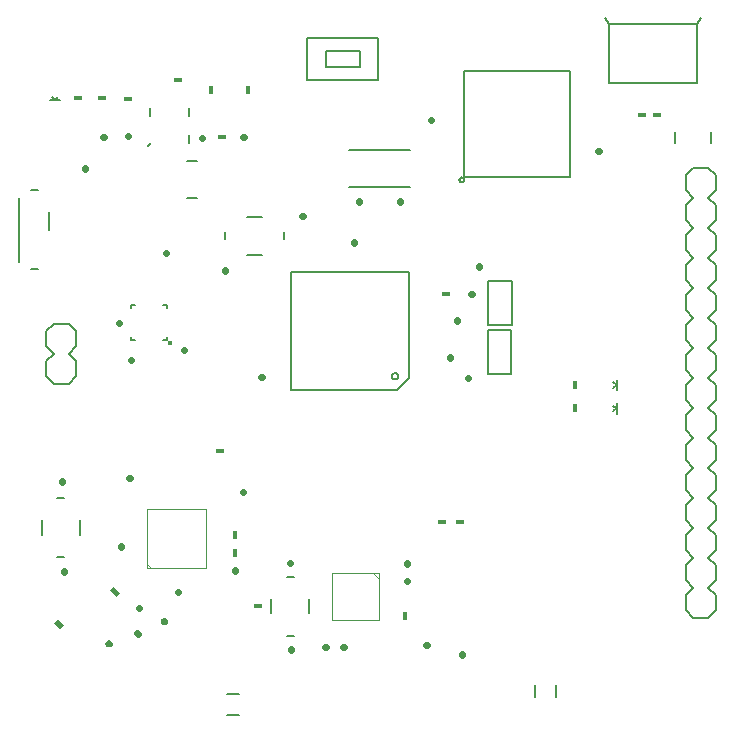
<source format=gto>
G75*
%MOIN*%
%OFA0B0*%
%FSLAX25Y25*%
%IPPOS*%
%LPD*%
%AMOC8*
5,1,8,0,0,1.08239X$1,22.5*
%
%ADD10C,0.02200*%
%ADD11C,0.00800*%
%ADD12R,0.03000X0.01800*%
%ADD13R,0.01800X0.03000*%
%ADD14C,0.00500*%
%ADD15C,0.01575*%
%ADD16C,0.00197*%
%ADD17R,0.02800X0.01600*%
D10*
X0072800Y0091180D02*
X0072800Y0091420D01*
X0091800Y0099480D02*
X0091800Y0099720D01*
X0110580Y0084500D02*
X0110820Y0084500D01*
X0097785Y0079015D02*
X0097615Y0079185D01*
X0097015Y0070685D02*
X0097185Y0070515D01*
X0129600Y0091480D02*
X0129600Y0091720D01*
X0148100Y0093980D02*
X0148100Y0094220D01*
X0132200Y0117580D02*
X0132200Y0117820D01*
X0094620Y0122300D02*
X0094380Y0122300D01*
X0072100Y0121420D02*
X0072100Y0121180D01*
X0095100Y0161580D02*
X0095100Y0161820D01*
X0091120Y0174100D02*
X0090880Y0174100D01*
X0112580Y0165200D02*
X0112820Y0165200D01*
X0138380Y0156200D02*
X0138620Y0156200D01*
X0126200Y0191480D02*
X0126200Y0191720D01*
X0106600Y0197280D02*
X0106600Y0197520D01*
X0079800Y0225480D02*
X0079800Y0225720D01*
X0085780Y0236200D02*
X0086020Y0236200D01*
X0093880Y0236400D02*
X0094120Y0236400D01*
X0118580Y0235900D02*
X0118820Y0235900D01*
X0132480Y0236200D02*
X0132720Y0236200D01*
X0152080Y0209800D02*
X0152320Y0209800D01*
X0170900Y0214480D02*
X0170900Y0214720D01*
X0169400Y0200920D02*
X0169400Y0200680D01*
X0184800Y0214480D02*
X0184800Y0214720D01*
X0210900Y0193020D02*
X0210900Y0192780D01*
X0208520Y0183900D02*
X0208280Y0183900D01*
X0203700Y0175020D02*
X0203700Y0174780D01*
X0201300Y0162720D02*
X0201300Y0162480D01*
X0207200Y0155820D02*
X0207200Y0155580D01*
X0187000Y0093920D02*
X0187000Y0093680D01*
X0187000Y0088220D02*
X0187000Y0087980D01*
X0193480Y0066800D02*
X0193720Y0066800D01*
X0205200Y0063620D02*
X0205200Y0063380D01*
X0166020Y0066200D02*
X0165780Y0066200D01*
X0160020Y0066200D02*
X0159780Y0066200D01*
X0148200Y0065420D02*
X0148200Y0065180D01*
X0250680Y0231300D02*
X0250920Y0231300D01*
X0195120Y0241900D02*
X0194880Y0241900D01*
D11*
X0177411Y0255210D02*
X0153789Y0255210D01*
X0153789Y0268990D01*
X0177411Y0268990D01*
X0177411Y0255210D01*
X0171210Y0259403D02*
X0171210Y0264797D01*
X0159990Y0264797D01*
X0159990Y0259403D01*
X0171210Y0259403D01*
X0138562Y0209399D02*
X0133838Y0209399D01*
X0126357Y0204281D02*
X0126357Y0201919D01*
X0133838Y0196801D02*
X0138562Y0196801D01*
X0146043Y0201919D02*
X0146043Y0204281D01*
X0148315Y0191085D02*
X0148315Y0151715D01*
X0183748Y0151715D01*
X0187685Y0155652D01*
X0187685Y0191085D01*
X0148315Y0191085D01*
X0117172Y0215698D02*
X0113628Y0215698D01*
X0113628Y0227902D02*
X0117172Y0227902D01*
X0114200Y0234100D02*
X0114200Y0236700D01*
X0114200Y0243200D02*
X0114200Y0245800D01*
X0101200Y0245800D02*
X0101200Y0243200D01*
X0101794Y0233994D02*
X0100810Y0233010D01*
X0071511Y0248331D02*
X0069700Y0248331D01*
X0068780Y0249551D01*
X0067889Y0248331D02*
X0069700Y0248331D01*
X0069800Y0248391D02*
X0070560Y0249551D01*
X0063881Y0218289D02*
X0061519Y0218289D01*
X0057582Y0215730D02*
X0057582Y0194470D01*
X0061519Y0191911D02*
X0063881Y0191911D01*
X0067818Y0205100D02*
X0067818Y0211006D01*
X0069300Y0173800D02*
X0066800Y0171300D01*
X0066800Y0166300D01*
X0069300Y0163800D01*
X0066800Y0161300D01*
X0066800Y0156300D01*
X0069300Y0153800D01*
X0074300Y0153800D01*
X0076800Y0156300D01*
X0076800Y0161300D01*
X0074300Y0163800D01*
X0076800Y0166300D01*
X0076800Y0171300D01*
X0074300Y0173800D01*
X0069300Y0173800D01*
X0070419Y0115743D02*
X0072781Y0115743D01*
X0077899Y0108262D02*
X0077899Y0103538D01*
X0072781Y0096057D02*
X0070419Y0096057D01*
X0065301Y0103538D02*
X0065301Y0108262D01*
X0126900Y0050300D02*
X0130900Y0050300D01*
X0130900Y0043300D02*
X0126900Y0043300D01*
X0146919Y0069757D02*
X0149281Y0069757D01*
X0154399Y0077238D02*
X0154399Y0081962D01*
X0149281Y0089443D02*
X0146919Y0089443D01*
X0141801Y0081962D02*
X0141801Y0077238D01*
X0213963Y0157017D02*
X0213963Y0171583D01*
X0221837Y0171583D01*
X0221837Y0157017D01*
X0213963Y0157017D01*
X0214063Y0173517D02*
X0214063Y0188083D01*
X0221937Y0188083D01*
X0221937Y0173517D01*
X0214063Y0173517D01*
X0255749Y0154260D02*
X0256909Y0153500D01*
X0256969Y0153400D02*
X0255749Y0152480D01*
X0256969Y0151589D02*
X0256969Y0153400D01*
X0256969Y0155211D01*
X0256869Y0147411D02*
X0256869Y0145600D01*
X0255649Y0144680D01*
X0256869Y0143789D02*
X0256869Y0145600D01*
X0256809Y0145700D02*
X0255649Y0146460D01*
X0279900Y0148300D02*
X0282400Y0145800D01*
X0279900Y0143300D01*
X0279900Y0138300D01*
X0282400Y0135800D01*
X0279900Y0133300D01*
X0279900Y0128300D01*
X0282400Y0125800D01*
X0279900Y0123300D01*
X0279900Y0118300D01*
X0282400Y0115800D01*
X0279900Y0113300D01*
X0279900Y0108300D01*
X0282400Y0105800D01*
X0279900Y0103300D01*
X0279900Y0098300D01*
X0282400Y0095800D01*
X0279900Y0093300D01*
X0279900Y0088300D01*
X0282400Y0085800D01*
X0279900Y0083300D01*
X0279900Y0078300D01*
X0282400Y0075800D01*
X0287400Y0075800D01*
X0289900Y0078300D01*
X0289900Y0083300D01*
X0287400Y0085800D01*
X0289900Y0088300D01*
X0289900Y0093300D01*
X0287400Y0095800D01*
X0289900Y0098300D01*
X0289900Y0103300D01*
X0287400Y0105800D01*
X0289900Y0108300D01*
X0289900Y0113300D01*
X0287400Y0115800D01*
X0289900Y0118300D01*
X0289900Y0123300D01*
X0287400Y0125800D01*
X0289900Y0128300D01*
X0289900Y0133300D01*
X0287400Y0135800D01*
X0289900Y0138300D01*
X0289900Y0143300D01*
X0287400Y0145800D01*
X0289900Y0148300D01*
X0289900Y0153300D01*
X0287400Y0155800D01*
X0289900Y0158300D01*
X0289900Y0163300D01*
X0287400Y0165800D01*
X0289900Y0168300D01*
X0289900Y0173300D01*
X0287400Y0175800D01*
X0289900Y0178300D01*
X0289900Y0183300D01*
X0287400Y0185800D01*
X0289900Y0188300D01*
X0289900Y0193300D01*
X0287400Y0195800D01*
X0289900Y0198300D01*
X0289900Y0203300D01*
X0287400Y0205800D01*
X0289900Y0208300D01*
X0289900Y0213300D01*
X0287400Y0215800D01*
X0289900Y0218300D01*
X0289900Y0223300D01*
X0287400Y0225800D01*
X0282400Y0225800D01*
X0279900Y0223300D01*
X0279900Y0218300D01*
X0282400Y0215800D01*
X0279900Y0213300D01*
X0279900Y0208300D01*
X0282400Y0205800D01*
X0279900Y0203300D01*
X0279900Y0198300D01*
X0282400Y0195800D01*
X0279900Y0193300D01*
X0279900Y0188300D01*
X0282400Y0185800D01*
X0279900Y0183300D01*
X0279900Y0178300D01*
X0282400Y0175800D01*
X0279900Y0173300D01*
X0279900Y0168300D01*
X0282400Y0165800D01*
X0279900Y0163300D01*
X0279900Y0158300D01*
X0282400Y0155800D01*
X0279900Y0153300D01*
X0279900Y0148300D01*
X0276198Y0234228D02*
X0276198Y0237772D01*
X0288402Y0237772D02*
X0288402Y0234228D01*
X0236600Y0053400D02*
X0236600Y0049400D01*
X0229600Y0049400D02*
X0229600Y0053400D01*
D12*
X0204700Y0107700D03*
X0198600Y0107700D03*
X0137500Y0079700D03*
X0124700Y0131300D03*
X0199900Y0183700D03*
X0125400Y0236100D03*
X0110600Y0255200D03*
X0094000Y0248900D03*
X0085500Y0249200D03*
X0077500Y0249100D03*
D13*
G36*
X0069303Y0074224D02*
X0070576Y0075497D01*
X0072697Y0073376D01*
X0071424Y0072103D01*
X0069303Y0074224D01*
G37*
G36*
X0087903Y0084924D02*
X0089176Y0086197D01*
X0091297Y0084076D01*
X0090024Y0082803D01*
X0087903Y0084924D01*
G37*
X0129600Y0097400D03*
X0129600Y0103500D03*
X0186400Y0076300D03*
X0243100Y0145600D03*
X0243100Y0153400D03*
X0134000Y0251700D03*
X0121600Y0251700D03*
D14*
X0167664Y0231899D02*
X0188136Y0231899D01*
X0188136Y0219301D02*
X0167664Y0219301D01*
X0204509Y0221796D02*
X0204511Y0221852D01*
X0204517Y0221907D01*
X0204527Y0221961D01*
X0204540Y0222015D01*
X0204558Y0222068D01*
X0204579Y0222119D01*
X0204603Y0222169D01*
X0204631Y0222217D01*
X0204663Y0222263D01*
X0204697Y0222307D01*
X0204735Y0222348D01*
X0204775Y0222386D01*
X0204818Y0222421D01*
X0204863Y0222453D01*
X0204911Y0222482D01*
X0204960Y0222508D01*
X0205011Y0222530D01*
X0205063Y0222548D01*
X0205117Y0222562D01*
X0205172Y0222573D01*
X0205227Y0222580D01*
X0205282Y0222583D01*
X0205338Y0222582D01*
X0205393Y0222577D01*
X0205448Y0222568D01*
X0205502Y0222556D01*
X0205555Y0222539D01*
X0205607Y0222519D01*
X0205657Y0222495D01*
X0205705Y0222468D01*
X0205752Y0222438D01*
X0205796Y0222404D01*
X0205838Y0222367D01*
X0205876Y0222327D01*
X0205913Y0222285D01*
X0205946Y0222240D01*
X0205975Y0222194D01*
X0206002Y0222145D01*
X0206024Y0222094D01*
X0206044Y0222042D01*
X0206059Y0221988D01*
X0206071Y0221934D01*
X0206079Y0221879D01*
X0206083Y0221824D01*
X0206083Y0221768D01*
X0206079Y0221713D01*
X0206071Y0221658D01*
X0206059Y0221604D01*
X0206044Y0221550D01*
X0206024Y0221498D01*
X0206002Y0221447D01*
X0205975Y0221398D01*
X0205946Y0221352D01*
X0205913Y0221307D01*
X0205876Y0221265D01*
X0205838Y0221225D01*
X0205796Y0221188D01*
X0205752Y0221154D01*
X0205705Y0221124D01*
X0205657Y0221097D01*
X0205607Y0221073D01*
X0205555Y0221053D01*
X0205502Y0221036D01*
X0205448Y0221024D01*
X0205393Y0221015D01*
X0205338Y0221010D01*
X0205282Y0221009D01*
X0205227Y0221012D01*
X0205172Y0221019D01*
X0205117Y0221030D01*
X0205063Y0221044D01*
X0205011Y0221062D01*
X0204960Y0221084D01*
X0204911Y0221110D01*
X0204863Y0221139D01*
X0204818Y0221171D01*
X0204775Y0221206D01*
X0204735Y0221244D01*
X0204697Y0221285D01*
X0204663Y0221329D01*
X0204631Y0221375D01*
X0204603Y0221423D01*
X0204579Y0221473D01*
X0204558Y0221524D01*
X0204540Y0221577D01*
X0204527Y0221631D01*
X0204517Y0221685D01*
X0204511Y0221740D01*
X0204509Y0221796D01*
X0206083Y0222583D02*
X0206083Y0258017D01*
X0241517Y0258017D01*
X0241517Y0222583D01*
X0206083Y0222583D01*
X0254236Y0254177D02*
X0254236Y0273862D01*
X0254433Y0273862D01*
X0252858Y0275831D01*
X0254433Y0273862D02*
X0283567Y0273862D01*
X0285142Y0275831D01*
X0283764Y0273862D02*
X0283567Y0273862D01*
X0283764Y0273862D02*
X0283764Y0254177D01*
X0254236Y0254177D01*
X0182031Y0156369D02*
X0182033Y0156432D01*
X0182039Y0156494D01*
X0182049Y0156556D01*
X0182062Y0156618D01*
X0182080Y0156678D01*
X0182101Y0156737D01*
X0182126Y0156795D01*
X0182155Y0156851D01*
X0182187Y0156905D01*
X0182222Y0156957D01*
X0182260Y0157006D01*
X0182302Y0157054D01*
X0182346Y0157098D01*
X0182394Y0157140D01*
X0182443Y0157178D01*
X0182495Y0157213D01*
X0182549Y0157245D01*
X0182605Y0157274D01*
X0182663Y0157299D01*
X0182722Y0157320D01*
X0182782Y0157338D01*
X0182844Y0157351D01*
X0182906Y0157361D01*
X0182968Y0157367D01*
X0183031Y0157369D01*
X0183094Y0157367D01*
X0183156Y0157361D01*
X0183218Y0157351D01*
X0183280Y0157338D01*
X0183340Y0157320D01*
X0183399Y0157299D01*
X0183457Y0157274D01*
X0183513Y0157245D01*
X0183567Y0157213D01*
X0183619Y0157178D01*
X0183668Y0157140D01*
X0183716Y0157098D01*
X0183760Y0157054D01*
X0183802Y0157006D01*
X0183840Y0156957D01*
X0183875Y0156905D01*
X0183907Y0156851D01*
X0183936Y0156795D01*
X0183961Y0156737D01*
X0183982Y0156678D01*
X0184000Y0156618D01*
X0184013Y0156556D01*
X0184023Y0156494D01*
X0184029Y0156432D01*
X0184031Y0156369D01*
X0184029Y0156306D01*
X0184023Y0156244D01*
X0184013Y0156182D01*
X0184000Y0156120D01*
X0183982Y0156060D01*
X0183961Y0156001D01*
X0183936Y0155943D01*
X0183907Y0155887D01*
X0183875Y0155833D01*
X0183840Y0155781D01*
X0183802Y0155732D01*
X0183760Y0155684D01*
X0183716Y0155640D01*
X0183668Y0155598D01*
X0183619Y0155560D01*
X0183567Y0155525D01*
X0183513Y0155493D01*
X0183457Y0155464D01*
X0183399Y0155439D01*
X0183340Y0155418D01*
X0183280Y0155400D01*
X0183218Y0155387D01*
X0183156Y0155377D01*
X0183094Y0155371D01*
X0183031Y0155369D01*
X0182968Y0155371D01*
X0182906Y0155377D01*
X0182844Y0155387D01*
X0182782Y0155400D01*
X0182722Y0155418D01*
X0182663Y0155439D01*
X0182605Y0155464D01*
X0182549Y0155493D01*
X0182495Y0155525D01*
X0182443Y0155560D01*
X0182394Y0155598D01*
X0182346Y0155640D01*
X0182302Y0155684D01*
X0182260Y0155732D01*
X0182222Y0155781D01*
X0182187Y0155833D01*
X0182155Y0155887D01*
X0182126Y0155943D01*
X0182101Y0156001D01*
X0182080Y0156060D01*
X0182062Y0156120D01*
X0182049Y0156182D01*
X0182039Y0156244D01*
X0182033Y0156306D01*
X0182031Y0156369D01*
X0106906Y0168294D02*
X0105724Y0168294D01*
X0106906Y0168294D02*
X0106906Y0169476D01*
X0106906Y0178924D02*
X0106906Y0180106D01*
X0105724Y0180106D01*
X0096276Y0180106D02*
X0095094Y0180106D01*
X0095094Y0178924D01*
X0095094Y0169476D02*
X0095094Y0168294D01*
X0096276Y0168294D01*
X0105240Y0074600D02*
X0105242Y0074658D01*
X0105248Y0074716D01*
X0105258Y0074773D01*
X0105271Y0074830D01*
X0105289Y0074885D01*
X0105310Y0074939D01*
X0105334Y0074992D01*
X0105363Y0075043D01*
X0105394Y0075091D01*
X0105429Y0075138D01*
X0105467Y0075182D01*
X0105507Y0075223D01*
X0105551Y0075262D01*
X0105597Y0075297D01*
X0105645Y0075330D01*
X0105695Y0075359D01*
X0105748Y0075384D01*
X0105801Y0075406D01*
X0105856Y0075425D01*
X0105913Y0075439D01*
X0105970Y0075450D01*
X0106027Y0075457D01*
X0106085Y0075460D01*
X0106144Y0075459D01*
X0106201Y0075454D01*
X0106259Y0075445D01*
X0106316Y0075433D01*
X0106371Y0075416D01*
X0106426Y0075396D01*
X0106479Y0075372D01*
X0106530Y0075345D01*
X0106579Y0075314D01*
X0106626Y0075280D01*
X0106671Y0075243D01*
X0106713Y0075203D01*
X0106753Y0075160D01*
X0106789Y0075115D01*
X0106822Y0075067D01*
X0106852Y0075017D01*
X0106878Y0074966D01*
X0106901Y0074912D01*
X0106921Y0074857D01*
X0106936Y0074801D01*
X0106948Y0074745D01*
X0106956Y0074687D01*
X0106960Y0074629D01*
X0106960Y0074571D01*
X0106956Y0074513D01*
X0106948Y0074455D01*
X0106936Y0074399D01*
X0106921Y0074343D01*
X0106901Y0074288D01*
X0106878Y0074234D01*
X0106852Y0074183D01*
X0106822Y0074133D01*
X0106789Y0074085D01*
X0106753Y0074040D01*
X0106713Y0073997D01*
X0106671Y0073957D01*
X0106626Y0073920D01*
X0106579Y0073886D01*
X0106530Y0073855D01*
X0106479Y0073828D01*
X0106426Y0073804D01*
X0106371Y0073784D01*
X0106316Y0073767D01*
X0106259Y0073755D01*
X0106201Y0073746D01*
X0106144Y0073741D01*
X0106085Y0073740D01*
X0106027Y0073743D01*
X0105970Y0073750D01*
X0105913Y0073761D01*
X0105856Y0073775D01*
X0105801Y0073794D01*
X0105748Y0073816D01*
X0105695Y0073841D01*
X0105645Y0073870D01*
X0105597Y0073903D01*
X0105551Y0073938D01*
X0105507Y0073977D01*
X0105467Y0074018D01*
X0105429Y0074062D01*
X0105394Y0074109D01*
X0105363Y0074157D01*
X0105334Y0074208D01*
X0105310Y0074261D01*
X0105289Y0074315D01*
X0105271Y0074370D01*
X0105258Y0074427D01*
X0105248Y0074484D01*
X0105242Y0074542D01*
X0105240Y0074600D01*
X0106000Y0074600D02*
X0106002Y0074620D01*
X0106008Y0074638D01*
X0106017Y0074656D01*
X0106029Y0074671D01*
X0106044Y0074683D01*
X0106062Y0074692D01*
X0106080Y0074698D01*
X0106100Y0074700D01*
X0106120Y0074698D01*
X0106138Y0074692D01*
X0106156Y0074683D01*
X0106171Y0074671D01*
X0106183Y0074656D01*
X0106192Y0074638D01*
X0106198Y0074620D01*
X0106200Y0074600D01*
X0106198Y0074580D01*
X0106192Y0074562D01*
X0106183Y0074544D01*
X0106171Y0074529D01*
X0106156Y0074517D01*
X0106138Y0074508D01*
X0106120Y0074502D01*
X0106100Y0074500D01*
X0106080Y0074502D01*
X0106062Y0074508D01*
X0106044Y0074517D01*
X0106029Y0074529D01*
X0106017Y0074544D01*
X0106008Y0074562D01*
X0106002Y0074580D01*
X0106000Y0074600D01*
X0105600Y0074600D02*
X0105602Y0074644D01*
X0105608Y0074688D01*
X0105618Y0074731D01*
X0105631Y0074773D01*
X0105648Y0074814D01*
X0105669Y0074853D01*
X0105693Y0074890D01*
X0105720Y0074925D01*
X0105750Y0074957D01*
X0105783Y0074987D01*
X0105819Y0075013D01*
X0105856Y0075037D01*
X0105896Y0075056D01*
X0105937Y0075073D01*
X0105980Y0075085D01*
X0106023Y0075094D01*
X0106067Y0075099D01*
X0106111Y0075100D01*
X0106155Y0075097D01*
X0106199Y0075090D01*
X0106242Y0075079D01*
X0106284Y0075065D01*
X0106324Y0075047D01*
X0106363Y0075025D01*
X0106399Y0075001D01*
X0106433Y0074973D01*
X0106465Y0074942D01*
X0106494Y0074908D01*
X0106520Y0074872D01*
X0106542Y0074834D01*
X0106561Y0074794D01*
X0106576Y0074752D01*
X0106588Y0074710D01*
X0106596Y0074666D01*
X0106600Y0074622D01*
X0106600Y0074578D01*
X0106596Y0074534D01*
X0106588Y0074490D01*
X0106576Y0074448D01*
X0106561Y0074406D01*
X0106542Y0074366D01*
X0106520Y0074328D01*
X0106494Y0074292D01*
X0106465Y0074258D01*
X0106433Y0074227D01*
X0106399Y0074199D01*
X0106363Y0074175D01*
X0106324Y0074153D01*
X0106284Y0074135D01*
X0106242Y0074121D01*
X0106199Y0074110D01*
X0106155Y0074103D01*
X0106111Y0074100D01*
X0106067Y0074101D01*
X0106023Y0074106D01*
X0105980Y0074115D01*
X0105937Y0074127D01*
X0105896Y0074144D01*
X0105856Y0074163D01*
X0105819Y0074187D01*
X0105783Y0074213D01*
X0105750Y0074243D01*
X0105720Y0074275D01*
X0105693Y0074310D01*
X0105669Y0074347D01*
X0105648Y0074386D01*
X0105631Y0074427D01*
X0105618Y0074469D01*
X0105608Y0074512D01*
X0105602Y0074556D01*
X0105600Y0074600D01*
X0086840Y0067100D02*
X0086842Y0067158D01*
X0086848Y0067216D01*
X0086858Y0067273D01*
X0086871Y0067330D01*
X0086889Y0067385D01*
X0086910Y0067439D01*
X0086934Y0067492D01*
X0086963Y0067543D01*
X0086994Y0067591D01*
X0087029Y0067638D01*
X0087067Y0067682D01*
X0087107Y0067723D01*
X0087151Y0067762D01*
X0087197Y0067797D01*
X0087245Y0067830D01*
X0087295Y0067859D01*
X0087348Y0067884D01*
X0087401Y0067906D01*
X0087456Y0067925D01*
X0087513Y0067939D01*
X0087570Y0067950D01*
X0087627Y0067957D01*
X0087685Y0067960D01*
X0087744Y0067959D01*
X0087801Y0067954D01*
X0087859Y0067945D01*
X0087916Y0067933D01*
X0087971Y0067916D01*
X0088026Y0067896D01*
X0088079Y0067872D01*
X0088130Y0067845D01*
X0088179Y0067814D01*
X0088226Y0067780D01*
X0088271Y0067743D01*
X0088313Y0067703D01*
X0088353Y0067660D01*
X0088389Y0067615D01*
X0088422Y0067567D01*
X0088452Y0067517D01*
X0088478Y0067466D01*
X0088501Y0067412D01*
X0088521Y0067357D01*
X0088536Y0067301D01*
X0088548Y0067245D01*
X0088556Y0067187D01*
X0088560Y0067129D01*
X0088560Y0067071D01*
X0088556Y0067013D01*
X0088548Y0066955D01*
X0088536Y0066899D01*
X0088521Y0066843D01*
X0088501Y0066788D01*
X0088478Y0066734D01*
X0088452Y0066683D01*
X0088422Y0066633D01*
X0088389Y0066585D01*
X0088353Y0066540D01*
X0088313Y0066497D01*
X0088271Y0066457D01*
X0088226Y0066420D01*
X0088179Y0066386D01*
X0088130Y0066355D01*
X0088079Y0066328D01*
X0088026Y0066304D01*
X0087971Y0066284D01*
X0087916Y0066267D01*
X0087859Y0066255D01*
X0087801Y0066246D01*
X0087744Y0066241D01*
X0087685Y0066240D01*
X0087627Y0066243D01*
X0087570Y0066250D01*
X0087513Y0066261D01*
X0087456Y0066275D01*
X0087401Y0066294D01*
X0087348Y0066316D01*
X0087295Y0066341D01*
X0087245Y0066370D01*
X0087197Y0066403D01*
X0087151Y0066438D01*
X0087107Y0066477D01*
X0087067Y0066518D01*
X0087029Y0066562D01*
X0086994Y0066609D01*
X0086963Y0066657D01*
X0086934Y0066708D01*
X0086910Y0066761D01*
X0086889Y0066815D01*
X0086871Y0066870D01*
X0086858Y0066927D01*
X0086848Y0066984D01*
X0086842Y0067042D01*
X0086840Y0067100D01*
X0087600Y0067100D02*
X0087602Y0067120D01*
X0087608Y0067138D01*
X0087617Y0067156D01*
X0087629Y0067171D01*
X0087644Y0067183D01*
X0087662Y0067192D01*
X0087680Y0067198D01*
X0087700Y0067200D01*
X0087720Y0067198D01*
X0087738Y0067192D01*
X0087756Y0067183D01*
X0087771Y0067171D01*
X0087783Y0067156D01*
X0087792Y0067138D01*
X0087798Y0067120D01*
X0087800Y0067100D01*
X0087798Y0067080D01*
X0087792Y0067062D01*
X0087783Y0067044D01*
X0087771Y0067029D01*
X0087756Y0067017D01*
X0087738Y0067008D01*
X0087720Y0067002D01*
X0087700Y0067000D01*
X0087680Y0067002D01*
X0087662Y0067008D01*
X0087644Y0067017D01*
X0087629Y0067029D01*
X0087617Y0067044D01*
X0087608Y0067062D01*
X0087602Y0067080D01*
X0087600Y0067100D01*
X0087200Y0067100D02*
X0087202Y0067144D01*
X0087208Y0067188D01*
X0087218Y0067231D01*
X0087231Y0067273D01*
X0087248Y0067314D01*
X0087269Y0067353D01*
X0087293Y0067390D01*
X0087320Y0067425D01*
X0087350Y0067457D01*
X0087383Y0067487D01*
X0087419Y0067513D01*
X0087456Y0067537D01*
X0087496Y0067556D01*
X0087537Y0067573D01*
X0087580Y0067585D01*
X0087623Y0067594D01*
X0087667Y0067599D01*
X0087711Y0067600D01*
X0087755Y0067597D01*
X0087799Y0067590D01*
X0087842Y0067579D01*
X0087884Y0067565D01*
X0087924Y0067547D01*
X0087963Y0067525D01*
X0087999Y0067501D01*
X0088033Y0067473D01*
X0088065Y0067442D01*
X0088094Y0067408D01*
X0088120Y0067372D01*
X0088142Y0067334D01*
X0088161Y0067294D01*
X0088176Y0067252D01*
X0088188Y0067210D01*
X0088196Y0067166D01*
X0088200Y0067122D01*
X0088200Y0067078D01*
X0088196Y0067034D01*
X0088188Y0066990D01*
X0088176Y0066948D01*
X0088161Y0066906D01*
X0088142Y0066866D01*
X0088120Y0066828D01*
X0088094Y0066792D01*
X0088065Y0066758D01*
X0088033Y0066727D01*
X0087999Y0066699D01*
X0087963Y0066675D01*
X0087924Y0066653D01*
X0087884Y0066635D01*
X0087842Y0066621D01*
X0087799Y0066610D01*
X0087755Y0066603D01*
X0087711Y0066600D01*
X0087667Y0066601D01*
X0087623Y0066606D01*
X0087580Y0066615D01*
X0087537Y0066627D01*
X0087496Y0066644D01*
X0087456Y0066663D01*
X0087419Y0066687D01*
X0087383Y0066713D01*
X0087350Y0066743D01*
X0087320Y0066775D01*
X0087293Y0066810D01*
X0087269Y0066847D01*
X0087248Y0066886D01*
X0087231Y0066927D01*
X0087218Y0066969D01*
X0087208Y0067012D01*
X0087202Y0067056D01*
X0087200Y0067100D01*
D15*
X0108087Y0167507D03*
D16*
X0100257Y0111943D02*
X0119943Y0111943D01*
X0119943Y0092257D01*
X0101832Y0092257D01*
X0100257Y0093832D01*
X0100257Y0111943D01*
X0100257Y0093832D02*
X0100257Y0092257D01*
X0101832Y0092257D01*
X0161926Y0090774D02*
X0161926Y0075026D01*
X0177674Y0075026D01*
X0177674Y0088806D01*
X0175706Y0090774D01*
X0177674Y0090774D01*
X0177674Y0088806D01*
X0175706Y0090774D02*
X0161926Y0090774D01*
D17*
X0265200Y0243400D03*
X0270200Y0243400D03*
M02*

</source>
